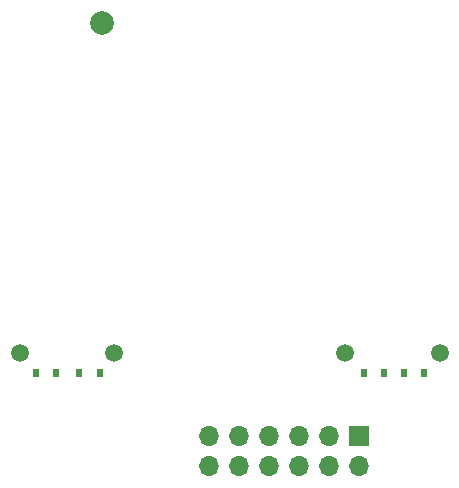
<source format=gbs>
G04 #@! TF.GenerationSoftware,KiCad,Pcbnew,(2017-03-08 revision a73abbfc3)-makepkg*
G04 #@! TF.CreationDate,2017-03-09T23:30:12+02:00*
G04 #@! TF.ProjectId,livolo_2_ways_eu_switch,6C69766F6C6F5F325F776179735F6575,rev?*
G04 #@! TF.FileFunction,Soldermask,Bot*
G04 #@! TF.FilePolarity,Negative*
%FSLAX46Y46*%
G04 Gerber Fmt 4.6, Leading zero omitted, Abs format (unit mm)*
G04 Created by KiCad (PCBNEW (2017-03-08 revision a73abbfc3)-makepkg) date 03/09/17 23:30:12*
%MOMM*%
%LPD*%
G01*
G04 APERTURE LIST*
%ADD10C,0.100000*%
%ADD11R,1.700000X1.700000*%
%ADD12O,1.700000X1.700000*%
%ADD13C,1.500000*%
%ADD14R,0.600000X0.800000*%
%ADD15C,1.998980*%
G04 APERTURE END LIST*
D10*
D11*
X153330000Y-107510000D03*
D12*
X153330000Y-110050000D03*
X150790000Y-107510000D03*
X150790000Y-110050000D03*
X148250000Y-107510000D03*
X148250000Y-110050000D03*
X145710000Y-107510000D03*
X145710000Y-110050000D03*
X143170000Y-107510000D03*
X143170000Y-110050000D03*
X140630000Y-107510000D03*
X140630000Y-110050000D03*
D13*
X152150000Y-100450000D03*
X160150000Y-100450000D03*
X132600000Y-100450000D03*
X124600000Y-100450000D03*
D14*
X129650000Y-102150000D03*
X131350000Y-102150000D03*
X126000000Y-102150000D03*
X127700000Y-102150000D03*
X158800000Y-102150000D03*
X157100000Y-102150000D03*
X155450000Y-102150000D03*
X153750000Y-102150000D03*
D15*
X131550000Y-72550000D03*
M02*

</source>
